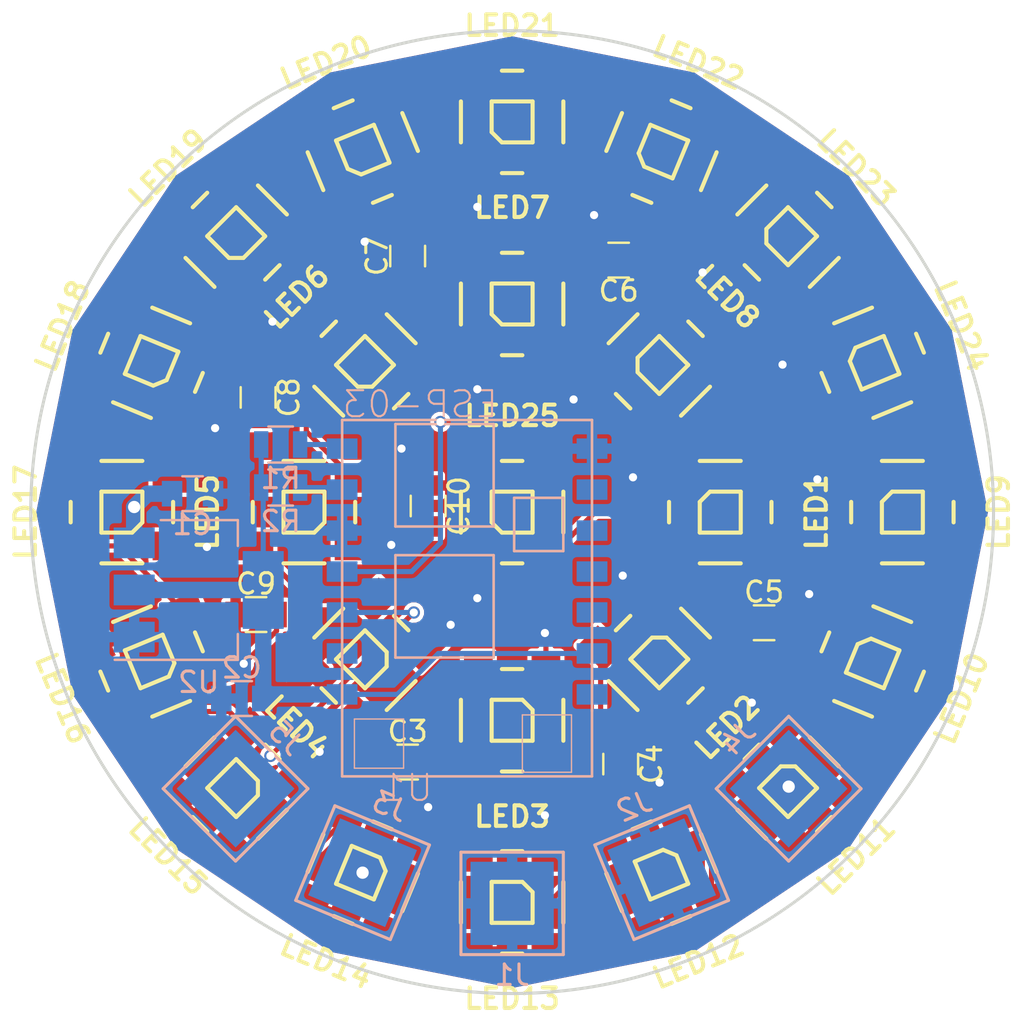
<source format=kicad_pcb>
(kicad_pcb (version 4) (host pcbnew 4.0.7+dfsg1-1)
  (layers (0 F.Cu signal) (31 B.Cu signal) (34 B.Paste user) (35 F.Paste user) (36 B.SilkS user) (37 F.SilkS user) (38 B.Mask user) (39 F.Mask user) (44 Edge.Cuts user))
  (net 0 "")
  (net 1 "Net-(LED1-Pad2)")
  (net 2 "Net-(LED1-Pad4)")
  (net 3 "Net-(LED2-Pad4)")
  (net 4 "Net-(LED3-Pad4)")
  (net 5 "Net-(LED4-Pad4)")
  (net 6 "Net-(LED5-Pad4)")
  (net 7 "Net-(LED6-Pad4)")
  (net 8 "Net-(LED7-Pad4)")
  (net 9 "Net-(LED8-Pad4)")
  (net 10 "Net-(LED10-Pad2)")
  (net 11 "Net-(LED10-Pad4)")
  (net 12 "Net-(LED11-Pad4)")
  (net 13 "Net-(LED12-Pad4)")
  (net 14 "Net-(LED13-Pad4)")
  (net 15 "Net-(LED14-Pad4)")
  (net 16 "Net-(LED15-Pad4)")
  (net 17 "Net-(LED16-Pad4)")
  (net 18 "Net-(LED17-Pad4)")
  (net 19 "Net-(LED18-Pad4)")
  (net 20 "Net-(LED19-Pad4)")
  (net 21 "Net-(LED20-Pad4)")
  (net 22 "Net-(LED21-Pad4)")
  (net 23 "Net-(LED22-Pad4)")
  (net 24 "Net-(LED23-Pad4)")
  (net 25 "Net-(LED25-Pad2)")
  (net 26 +5V)
  (net 27 GND)
  (net 28 "Net-(U1-Pad7)")
  (net 29 "Net-(U1-Pad9)")
  (net 30 "Net-(U1-Pad5)")
  (net 31 "Net-(U1-Pad2)")
  (net 32 "Net-(U1-Pad4)")
  (net 33 "Net-(U1-Pad3)")
  (net 34 "Net-(C2-Pad1)")
  (net 35 LEDSTR1)
  (net 36 "Net-(R1-Pad2)")
  (net 37 "Net-(R2-Pad2)")
  (net 38 LEDSTR2)
  (module WS2812B:WS2812B (layer F.Cu) (at 110.159999 99.999999 270)
    (fp_text reference LED1 (at 0 -4.7 270) (layer F.SilkS) (effects (font (thickness 0.2))))
    (fp_text value WS2812B hide)
    (pad 1 smd rect (at 1.65 -2.4 270) (size 1.4 1.8) (layers F.Cu F.Paste F.Mask) (net 26 +5V))
    (pad 2 smd rect (at -1.65 -2.4 270) (size 1.4 1.8) (layers F.Cu F.Paste F.Mask) (net 1 "Net-(LED1-Pad2)"))
    (pad 3 smd rect (at -1.65 2.4 270) (size 1.4 1.8) (layers F.Cu F.Paste F.Mask) (net 27 GND))
    (pad 4 smd rect (at 1.65 2.4 270) (size 1.4 1.8) (layers F.Cu F.Paste F.Mask) (net 2 "Net-(LED1-Pad4)"))
  )
  (module WS2812B:WS2812B (layer F.Cu) (at 107.184204 107.184204 225)
    (fp_text reference LED2 (at 0 -4.7 225) (layer F.SilkS) (effects (font (thickness 0.2))))
    (fp_text value WS2812B hide)
    (pad 1 smd rect (at 1.65 -2.4 225) (size 1.4 1.8) (layers F.Cu F.Paste F.Mask) (net 26 +5V))
    (pad 2 smd rect (at -1.65 -2.4 225) (size 1.4 1.8) (layers F.Cu F.Paste F.Mask) (net 2 "Net-(LED1-Pad4)"))
    (pad 3 smd rect (at -1.65 2.4 225) (size 1.4 1.8) (layers F.Cu F.Paste F.Mask) (net 27 GND))
    (pad 4 smd rect (at 1.65 2.4 225) (size 1.4 1.8) (layers F.Cu F.Paste F.Mask) (net 3 "Net-(LED2-Pad4)"))
  )
  (module WS2812B:WS2812B (layer F.Cu) (at 99.999999 110.159999 180)
    (fp_text reference LED3 (at 0 -4.7 180) (layer F.SilkS) (effects (font (thickness 0.2))))
    (fp_text value WS2812B hide)
    (pad 1 smd rect (at 1.65 -2.4 180) (size 1.4 1.8) (layers F.Cu F.Paste F.Mask) (net 26 +5V))
    (pad 2 smd rect (at -1.65 -2.4 180) (size 1.4 1.8) (layers F.Cu F.Paste F.Mask) (net 3 "Net-(LED2-Pad4)"))
    (pad 3 smd rect (at -1.65 2.4 180) (size 1.4 1.8) (layers F.Cu F.Paste F.Mask) (net 27 GND))
    (pad 4 smd rect (at 1.65 2.4 180) (size 1.4 1.8) (layers F.Cu F.Paste F.Mask) (net 4 "Net-(LED3-Pad4)"))
  )
  (module WS2812B:WS2812B (layer F.Cu) (at 92.815795 107.184204 135)
    (fp_text reference LED4 (at 0 -4.7 135) (layer F.SilkS) (effects (font (thickness 0.2))))
    (fp_text value WS2812B hide)
    (pad 1 smd rect (at 1.65 -2.4 135) (size 1.4 1.8) (layers F.Cu F.Paste F.Mask) (net 26 +5V))
    (pad 2 smd rect (at -1.65 -2.4 135) (size 1.4 1.8) (layers F.Cu F.Paste F.Mask) (net 4 "Net-(LED3-Pad4)"))
    (pad 3 smd rect (at -1.65 2.4 135) (size 1.4 1.8) (layers F.Cu F.Paste F.Mask) (net 27 GND))
    (pad 4 smd rect (at 1.65 2.4 135) (size 1.4 1.8) (layers F.Cu F.Paste F.Mask) (net 5 "Net-(LED4-Pad4)"))
  )
  (module WS2812B:WS2812B (layer F.Cu) (at 89.839999 99.999999 90)
    (fp_text reference LED5 (at 0 -4.7 90) (layer F.SilkS) (effects (font (thickness 0.2))))
    (fp_text value WS2812B hide)
    (pad 1 smd rect (at 1.65 -2.4 90) (size 1.4 1.8) (layers F.Cu F.Paste F.Mask) (net 26 +5V))
    (pad 2 smd rect (at -1.65 -2.4 90) (size 1.4 1.8) (layers F.Cu F.Paste F.Mask) (net 5 "Net-(LED4-Pad4)"))
    (pad 3 smd rect (at -1.65 2.4 90) (size 1.4 1.8) (layers F.Cu F.Paste F.Mask) (net 27 GND))
    (pad 4 smd rect (at 1.65 2.4 90) (size 1.4 1.8) (layers F.Cu F.Paste F.Mask) (net 6 "Net-(LED5-Pad4)"))
  )
  (module WS2812B:WS2812B (layer F.Cu) (at 92.815795 92.815795 45)
    (fp_text reference LED6 (at 0 -4.7 45) (layer F.SilkS) (effects (font (thickness 0.2))))
    (fp_text value WS2812B hide)
    (pad 1 smd rect (at 1.65 -2.4 45) (size 1.4 1.8) (layers F.Cu F.Paste F.Mask) (net 26 +5V))
    (pad 2 smd rect (at -1.65 -2.4 45) (size 1.4 1.8) (layers F.Cu F.Paste F.Mask) (net 6 "Net-(LED5-Pad4)"))
    (pad 3 smd rect (at -1.65 2.4 45) (size 1.4 1.8) (layers F.Cu F.Paste F.Mask) (net 27 GND))
    (pad 4 smd rect (at 1.65 2.4 45) (size 1.4 1.8) (layers F.Cu F.Paste F.Mask) (net 7 "Net-(LED6-Pad4)"))
  )
  (module WS2812B:WS2812B (layer F.Cu) (at 99.999999 89.839999)
    (fp_text reference LED7 (at 0 -4.7) (layer F.SilkS) (effects (font (thickness 0.2))))
    (fp_text value WS2812B hide)
    (pad 1 smd rect (at 1.65 -2.4) (size 1.4 1.8) (layers F.Cu F.Paste F.Mask) (net 26 +5V))
    (pad 2 smd rect (at -1.65 -2.4) (size 1.4 1.8) (layers F.Cu F.Paste F.Mask) (net 7 "Net-(LED6-Pad4)"))
    (pad 3 smd rect (at -1.65 2.4) (size 1.4 1.8) (layers F.Cu F.Paste F.Mask) (net 27 GND))
    (pad 4 smd rect (at 1.65 2.4) (size 1.4 1.8) (layers F.Cu F.Paste F.Mask) (net 8 "Net-(LED7-Pad4)"))
  )
  (module WS2812B:WS2812B (layer F.Cu) (at 107.184204 92.815795 315)
    (fp_text reference LED8 (at 0 -4.7 315) (layer F.SilkS) (effects (font (thickness 0.2))))
    (fp_text value WS2812B hide)
    (pad 1 smd rect (at 1.65 -2.4 315) (size 1.4 1.8) (layers F.Cu F.Paste F.Mask) (net 26 +5V))
    (pad 2 smd rect (at -1.65 -2.4 315) (size 1.4 1.8) (layers F.Cu F.Paste F.Mask) (net 8 "Net-(LED7-Pad4)"))
    (pad 3 smd rect (at -1.65 2.4 315) (size 1.4 1.8) (layers F.Cu F.Paste F.Mask) (net 27 GND))
    (pad 4 smd rect (at 1.65 2.4 315) (size 1.4 1.8) (layers F.Cu F.Paste F.Mask) (net 9 "Net-(LED8-Pad4)"))
  )
  (module WS2812B:WS2812B (layer F.Cu) (at 119.049999 99.999999 270)
    (fp_text reference LED9 (at 0 -4.7 270) (layer F.SilkS) (effects (font (thickness 0.2))))
    (fp_text value WS2812B hide)
    (pad 1 smd rect (at 1.65 -2.4 270) (size 1.4 1.8) (layers F.Cu F.Paste F.Mask) (net 26 +5V))
    (pad 2 smd rect (at -1.65 -2.4 270) (size 1.4 1.8) (layers F.Cu F.Paste F.Mask) (net 9 "Net-(LED8-Pad4)"))
    (pad 3 smd rect (at -1.65 2.4 270) (size 1.4 1.8) (layers F.Cu F.Paste F.Mask) (net 27 GND))
    (pad 4 smd rect (at 1.65 2.4 270) (size 1.4 1.8) (layers F.Cu F.Paste F.Mask) (net 10 "Net-(LED10-Pad2)"))
  )
  (module WS2812B:WS2812B (layer F.Cu) (at 117.599904 107.290119 247.5)
    (fp_text reference LED10 (at 0 -4.7 247.5) (layer F.SilkS) (effects (font (thickness 0.2))))
    (fp_text value WS2812B hide)
    (pad 1 smd rect (at 1.65 -2.4 247.5) (size 1.4 1.8) (layers F.Cu F.Paste F.Mask) (net 26 +5V))
    (pad 2 smd rect (at -1.65 -2.4 247.5) (size 1.4 1.8) (layers F.Cu F.Paste F.Mask) (net 10 "Net-(LED10-Pad2)"))
    (pad 3 smd rect (at -1.65 2.4 247.5) (size 1.4 1.8) (layers F.Cu F.Paste F.Mask) (net 27 GND))
    (pad 4 smd rect (at 1.65 2.4 247.5) (size 1.4 1.8) (layers F.Cu F.Paste F.Mask) (net 11 "Net-(LED10-Pad4)"))
  )
  (module WS2812B:WS2812B (layer F.Cu) (at 113.470384 113.470384 225)
    (fp_text reference LED11 (at 0 -4.7 225) (layer F.SilkS) (effects (font (thickness 0.2))))
    (fp_text value WS2812B hide)
    (pad 1 smd rect (at 1.65 -2.4 225) (size 1.4 1.8) (layers F.Cu F.Paste F.Mask) (net 26 +5V))
    (pad 2 smd rect (at -1.65 -2.4 225) (size 1.4 1.8) (layers F.Cu F.Paste F.Mask) (net 11 "Net-(LED10-Pad4)"))
    (pad 3 smd rect (at -1.65 2.4 225) (size 1.4 1.8) (layers F.Cu F.Paste F.Mask) (net 27 GND))
    (pad 4 smd rect (at 1.65 2.4 225) (size 1.4 1.8) (layers F.Cu F.Paste F.Mask) (net 12 "Net-(LED11-Pad4)"))
  )
  (module WS2812B:WS2812B (layer F.Cu) (at 107.290119 117.599904 202.5)
    (fp_text reference LED12 (at 0 -4.7 202.5) (layer F.SilkS) (effects (font (thickness 0.2))))
    (fp_text value WS2812B hide)
    (pad 1 smd rect (at 1.65 -2.4 202.5) (size 1.4 1.8) (layers F.Cu F.Paste F.Mask) (net 26 +5V))
    (pad 2 smd rect (at -1.65 -2.4 202.5) (size 1.4 1.8) (layers F.Cu F.Paste F.Mask) (net 12 "Net-(LED11-Pad4)"))
    (pad 3 smd rect (at -1.65 2.4 202.5) (size 1.4 1.8) (layers F.Cu F.Paste F.Mask) (net 27 GND))
    (pad 4 smd rect (at 1.65 2.4 202.5) (size 1.4 1.8) (layers F.Cu F.Paste F.Mask) (net 13 "Net-(LED12-Pad4)"))
  )
  (module WS2812B:WS2812B (layer F.Cu) (at 99.999999 119.049999 180)
    (fp_text reference LED13 (at 0 -4.7 180) (layer F.SilkS) (effects (font (thickness 0.2))))
    (fp_text value WS2812B hide)
    (pad 1 smd rect (at 1.65 -2.4 180) (size 1.4 1.8) (layers F.Cu F.Paste F.Mask) (net 26 +5V))
    (pad 2 smd rect (at -1.65 -2.4 180) (size 1.4 1.8) (layers F.Cu F.Paste F.Mask) (net 13 "Net-(LED12-Pad4)"))
    (pad 3 smd rect (at -1.65 2.4 180) (size 1.4 1.8) (layers F.Cu F.Paste F.Mask) (net 27 GND))
    (pad 4 smd rect (at 1.65 2.4 180) (size 1.4 1.8) (layers F.Cu F.Paste F.Mask) (net 14 "Net-(LED13-Pad4)"))
  )
  (module WS2812B:WS2812B (layer F.Cu) (at 92.70988 117.599904 157.5)
    (fp_text reference LED14 (at 0 -4.7 157.5) (layer F.SilkS) (effects (font (thickness 0.2))))
    (fp_text value WS2812B hide)
    (pad 1 smd rect (at 1.65 -2.4 157.5) (size 1.4 1.8) (layers F.Cu F.Paste F.Mask) (net 26 +5V))
    (pad 2 smd rect (at -1.65 -2.4 157.5) (size 1.4 1.8) (layers F.Cu F.Paste F.Mask) (net 14 "Net-(LED13-Pad4)"))
    (pad 3 smd rect (at -1.65 2.4 157.5) (size 1.4 1.8) (layers F.Cu F.Paste F.Mask) (net 27 GND))
    (pad 4 smd rect (at 1.65 2.4 157.5) (size 1.4 1.8) (layers F.Cu F.Paste F.Mask) (net 15 "Net-(LED14-Pad4)"))
  )
  (module WS2812B:WS2812B (layer F.Cu) (at 86.529615 113.470384 135)
    (fp_text reference LED15 (at 0 -4.7 135) (layer F.SilkS) (effects (font (thickness 0.2))))
    (fp_text value WS2812B hide)
    (pad 1 smd rect (at 1.65 -2.4 135) (size 1.4 1.8) (layers F.Cu F.Paste F.Mask) (net 26 +5V))
    (pad 2 smd rect (at -1.65 -2.4 135) (size 1.4 1.8) (layers F.Cu F.Paste F.Mask) (net 15 "Net-(LED14-Pad4)"))
    (pad 3 smd rect (at -1.65 2.4 135) (size 1.4 1.8) (layers F.Cu F.Paste F.Mask) (net 27 GND))
    (pad 4 smd rect (at 1.65 2.4 135) (size 1.4 1.8) (layers F.Cu F.Paste F.Mask) (net 16 "Net-(LED15-Pad4)"))
  )
  (module WS2812B:WS2812B (layer F.Cu) (at 82.400094 107.290119 112.5)
    (fp_text reference LED16 (at 0 -4.7 112.5) (layer F.SilkS) (effects (font (thickness 0.2))))
    (fp_text value WS2812B hide)
    (pad 1 smd rect (at 1.65 -2.4 112.5) (size 1.4 1.8) (layers F.Cu F.Paste F.Mask) (net 26 +5V))
    (pad 2 smd rect (at -1.65 -2.4 112.5) (size 1.4 1.8) (layers F.Cu F.Paste F.Mask) (net 16 "Net-(LED15-Pad4)"))
    (pad 3 smd rect (at -1.65 2.4 112.5) (size 1.4 1.8) (layers F.Cu F.Paste F.Mask) (net 27 GND))
    (pad 4 smd rect (at 1.65 2.4 112.5) (size 1.4 1.8) (layers F.Cu F.Paste F.Mask) (net 17 "Net-(LED16-Pad4)"))
  )
  (module WS2812B:WS2812B (layer F.Cu) (at 80.949999 99.999999 90)
    (fp_text reference LED17 (at 0 -4.7 90) (layer F.SilkS) (effects (font (thickness 0.2))))
    (fp_text value WS2812B hide)
    (pad 1 smd rect (at 1.65 -2.4 90) (size 1.4 1.8) (layers F.Cu F.Paste F.Mask) (net 26 +5V))
    (pad 2 smd rect (at -1.65 -2.4 90) (size 1.4 1.8) (layers F.Cu F.Paste F.Mask) (net 17 "Net-(LED16-Pad4)"))
    (pad 3 smd rect (at -1.65 2.4 90) (size 1.4 1.8) (layers F.Cu F.Paste F.Mask) (net 27 GND))
    (pad 4 smd rect (at 1.65 2.4 90) (size 1.4 1.8) (layers F.Cu F.Paste F.Mask) (net 18 "Net-(LED17-Pad4)"))
  )
  (module WS2812B:WS2812B (layer F.Cu) (at 82.400094 92.70988 67.5)
    (fp_text reference LED18 (at 0 -4.7 67.5) (layer F.SilkS) (effects (font (thickness 0.2))))
    (fp_text value WS2812B hide)
    (pad 1 smd rect (at 1.65 -2.4 67.5) (size 1.4 1.8) (layers F.Cu F.Paste F.Mask) (net 26 +5V))
    (pad 2 smd rect (at -1.65 -2.4 67.5) (size 1.4 1.8) (layers F.Cu F.Paste F.Mask) (net 18 "Net-(LED17-Pad4)"))
    (pad 3 smd rect (at -1.65 2.4 67.5) (size 1.4 1.8) (layers F.Cu F.Paste F.Mask) (net 27 GND))
    (pad 4 smd rect (at 1.65 2.4 67.5) (size 1.4 1.8) (layers F.Cu F.Paste F.Mask) (net 19 "Net-(LED18-Pad4)"))
  )
  (module WS2812B:WS2812B (layer F.Cu) (at 86.529615 86.529615 45)
    (fp_text reference LED19 (at 0 -4.7 45) (layer F.SilkS) (effects (font (thickness 0.2))))
    (fp_text value WS2812B hide)
    (pad 1 smd rect (at 1.65 -2.4 45) (size 1.4 1.8) (layers F.Cu F.Paste F.Mask) (net 26 +5V))
    (pad 2 smd rect (at -1.65 -2.4 45) (size 1.4 1.8) (layers F.Cu F.Paste F.Mask) (net 19 "Net-(LED18-Pad4)"))
    (pad 3 smd rect (at -1.65 2.4 45) (size 1.4 1.8) (layers F.Cu F.Paste F.Mask) (net 27 GND))
    (pad 4 smd rect (at 1.65 2.4 45) (size 1.4 1.8) (layers F.Cu F.Paste F.Mask) (net 20 "Net-(LED19-Pad4)"))
  )
  (module WS2812B:WS2812B (layer F.Cu) (at 92.70988 82.400094 22.5)
    (fp_text reference LED20 (at 0 -4.7 22.5) (layer F.SilkS) (effects (font (thickness 0.2))))
    (fp_text value WS2812B hide)
    (pad 1 smd rect (at 1.65 -2.4 22.5) (size 1.4 1.8) (layers F.Cu F.Paste F.Mask) (net 26 +5V))
    (pad 2 smd rect (at -1.65 -2.4 22.5) (size 1.4 1.8) (layers F.Cu F.Paste F.Mask) (net 20 "Net-(LED19-Pad4)"))
    (pad 3 smd rect (at -1.65 2.4 22.5) (size 1.4 1.8) (layers F.Cu F.Paste F.Mask) (net 27 GND))
    (pad 4 smd rect (at 1.65 2.4 22.5) (size 1.4 1.8) (layers F.Cu F.Paste F.Mask) (net 21 "Net-(LED20-Pad4)"))
  )
  (module WS2812B:WS2812B (layer F.Cu) (at 99.999999 80.949999)
    (fp_text reference LED21 (at 0 -4.7) (layer F.SilkS) (effects (font (thickness 0.2))))
    (fp_text value WS2812B hide)
    (pad 1 smd rect (at 1.65 -2.4) (size 1.4 1.8) (layers F.Cu F.Paste F.Mask) (net 26 +5V))
    (pad 2 smd rect (at -1.65 -2.4) (size 1.4 1.8) (layers F.Cu F.Paste F.Mask) (net 21 "Net-(LED20-Pad4)"))
    (pad 3 smd rect (at -1.65 2.4) (size 1.4 1.8) (layers F.Cu F.Paste F.Mask) (net 27 GND))
    (pad 4 smd rect (at 1.65 2.4) (size 1.4 1.8) (layers F.Cu F.Paste F.Mask) (net 22 "Net-(LED21-Pad4)"))
  )
  (module WS2812B:WS2812B (layer F.Cu) (at 107.290119 82.400094 337.5)
    (fp_text reference LED22 (at 0 -4.7 337.5) (layer F.SilkS) (effects (font (thickness 0.2))))
    (fp_text value WS2812B hide)
    (pad 1 smd rect (at 1.65 -2.4 337.5) (size 1.4 1.8) (layers F.Cu F.Paste F.Mask) (net 26 +5V))
    (pad 2 smd rect (at -1.65 -2.4 337.5) (size 1.4 1.8) (layers F.Cu F.Paste F.Mask) (net 22 "Net-(LED21-Pad4)"))
    (pad 3 smd rect (at -1.65 2.4 337.5) (size 1.4 1.8) (layers F.Cu F.Paste F.Mask) (net 27 GND))
    (pad 4 smd rect (at 1.65 2.4 337.5) (size 1.4 1.8) (layers F.Cu F.Paste F.Mask) (net 23 "Net-(LED22-Pad4)"))
  )
  (module WS2812B:WS2812B (layer F.Cu) (at 113.470384 86.529615 315)
    (fp_text reference LED23 (at 0 -4.7 315) (layer F.SilkS) (effects (font (thickness 0.2))))
    (fp_text value WS2812B hide)
    (pad 1 smd rect (at 1.65 -2.4 315) (size 1.4 1.8) (layers F.Cu F.Paste F.Mask) (net 26 +5V))
    (pad 2 smd rect (at -1.65 -2.4 315) (size 1.4 1.8) (layers F.Cu F.Paste F.Mask) (net 23 "Net-(LED22-Pad4)"))
    (pad 3 smd rect (at -1.65 2.4 315) (size 1.4 1.8) (layers F.Cu F.Paste F.Mask) (net 27 GND))
    (pad 4 smd rect (at 1.65 2.4 315) (size 1.4 1.8) (layers F.Cu F.Paste F.Mask) (net 24 "Net-(LED23-Pad4)"))
  )
  (module WS2812B:WS2812B (layer F.Cu) (at 117.599904 92.70988 292.5)
    (fp_text reference LED24 (at 0 -4.7 292.5) (layer F.SilkS) (effects (font (thickness 0.2))))
    (fp_text value WS2812B hide)
    (pad 1 smd rect (at 1.65 -2.4 292.5) (size 1.4 1.8) (layers F.Cu F.Paste F.Mask) (net 26 +5V))
    (pad 2 smd rect (at -1.65 -2.4 292.5) (size 1.4 1.8) (layers F.Cu F.Paste F.Mask) (net 24 "Net-(LED23-Pad4)"))
    (pad 3 smd rect (at -1.65 2.4 292.5) (size 1.4 1.8) (layers F.Cu F.Paste F.Mask) (net 27 GND))
    (pad 4 smd rect (at 1.65 2.4 292.5) (size 1.4 1.8) (layers F.Cu F.Paste F.Mask) (net 35 LEDSTR1))
  )
  (module WS2812B:WS2812B (layer F.Cu) (at 100 100)
    (fp_text reference LED25 (at 0 -4.7) (layer F.SilkS) (effects (font (thickness 0.2))))
    (fp_text value WS2812B hide)
    (pad 1 smd rect (at 1.65 -2.4) (size 1.4 1.8) (layers F.Cu F.Paste F.Mask) (net 26 +5V))
    (pad 2 smd rect (at -1.65 -2.4) (size 1.4 1.8) (layers F.Cu F.Paste F.Mask) (net 25 "Net-(LED25-Pad2)"))
    (pad 3 smd rect (at -1.65 2.4) (size 1.4 1.8) (layers F.Cu F.Paste F.Mask) (net 27 GND))
    (pad 4 smd rect (at 1.65 2.4) (size 1.4 1.8) (layers F.Cu F.Paste F.Mask) (net 1 "Net-(LED1-Pad2)"))
  )
  (module ESP8266:ESP-03 (layer B.Cu) (at 91.7 109.1)
    (fp_text reference U1 (at 3.17628 4.36498) (layer B.SilkS) (effects (font (size 1.27 1.27) (thickness 0.1016)) (justify mirror)))
    (fp_text value ESP-03 (at 3.81128 -14.36498) (layer B.SilkS) (effects (font (size 1.27 1.27) (thickness 0.1016)) (justify mirror)))
    (pad 7 smd rect (at 12.2 -0.20194) (size 1.5 1) (layers B.Cu B.Paste B.Mask) (net 28 "Net-(U1-Pad7)"))
    (pad 6 smd rect (at 12.2 -2.20092) (size 1.5 1) (layers B.Cu B.Paste B.Mask) (net 34 "Net-(C2-Pad1)"))
    (pad 1 smd rect (at 12.2 -12.19836) (size 1.5 1) (layers B.Cu B.Paste B.Mask) (net 27 GND))
    (pad 14 smd rect (at 0 -12.19836) (size 1.5 1) (layers B.Cu B.Paste B.Mask) (net 36 "Net-(R1-Pad2)"))
    (pad 13 smd rect (at 0 -10.19938) (size 1.5 1) (layers B.Cu B.Paste B.Mask) (net 37 "Net-(R2-Pad2)"))
    (pad 10 smd rect (at 0 -4.20244) (size 1.5 1) (layers B.Cu B.Paste B.Mask) (net 38 LEDSTR2))
    (pad 11 smd rect (at 0 -6.19888) (size 1.5 1) (layers B.Cu B.Paste B.Mask) (net 35 LEDSTR1))
    (pad 9 smd rect (at 0 -2.20092) (size 1.5 1) (layers B.Cu B.Paste B.Mask) (net 29 "Net-(U1-Pad9)"))
    (pad 12 smd rect (at 0 -8.19786) (size 1.5 1) (layers B.Cu B.Paste B.Mask) (net 27 GND))
    (pad 5 smd rect (at 12.2 -4.20244) (size 1.5 1) (layers B.Cu B.Paste B.Mask) (net 30 "Net-(U1-Pad5)"))
    (pad 2 smd rect (at 12.2 -10.19938) (size 1.5 1) (layers B.Cu B.Paste B.Mask) (net 31 "Net-(U1-Pad2)"))
    (pad 4 smd rect (at 12.2 -6.19888) (size 1.5 1) (layers B.Cu B.Paste B.Mask) (net 32 "Net-(U1-Pad4)"))
    (pad 3 smd rect (at 12.2 -8.19786) (size 1.5 1) (layers B.Cu B.Paste B.Mask) (net 33 "Net-(U1-Pad3)"))
    (pad 8 smd rect (at 0 -0.20194) (size 1.5 1) (layers B.Cu B.Paste B.Mask) (net 34 "Net-(C2-Pad1)"))
  )
  (module Capacitors_SMD:C_0805 (layer B.Cu) (at 84.4 99.1)
    (fp_text reference C1 (at 0 1.5) (layer B.SilkS) (effects (justify mirror)))
    (fp_text value 10uF)
    (pad 1 smd rect (at -1 0) (size 1 1.25) (layers B.Cu B.Paste B.Mask) (net 26 +5V))
    (pad 2 smd rect (at 1 0) (size 1 1.25) (layers B.Cu B.Paste B.Mask) (net 27 GND))
  )
  (module Capacitors_SMD:C_0805 (layer B.Cu) (at 86.8 109.1 180)
    (fp_text reference C2 (at 0 1.5 180) (layer B.SilkS) (effects (justify mirror)))
    (fp_text value 10uF)
    (pad 1 smd rect (at -1 0 180) (size 1 1.25) (layers B.Cu B.Paste B.Mask) (net 34 "Net-(C2-Pad1)"))
    (pad 2 smd rect (at 1 0 180) (size 1 1.25) (layers B.Cu B.Paste B.Mask) (net 27 GND))
  )
  (module TO_SOT_Packages_SMD:SOT-223-3Lead_TabPin2 (layer B.Cu) (at 84.7 103.8)
    (fp_text reference U2 (at 0 4.5) (layer B.SilkS) (effects (justify mirror)))
    (fp_text value NCP1117-3.3_SOT223)
    (pad 2 smd rect (at 3.15 0) (size 2 3.8) (layers B.Cu B.Paste B.Mask) (net 34 "Net-(C2-Pad1)"))
    (pad 2 smd rect (at -3.15 0) (size 2 1.5) (layers B.Cu B.Paste B.Mask) (net 34 "Net-(C2-Pad1)"))
    (pad 3 smd rect (at -3.15 -2.3) (size 2 1.5) (layers B.Cu B.Paste B.Mask) (net 26 +5V))
    (pad 1 smd rect (at -3.15 2.3) (size 2 1.5) (layers B.Cu B.Paste B.Mask) (net 27 GND))
  )
  (module Resistors_SMD:R_0805 (layer B.Cu) (at 88.7 96.7)
    (fp_text reference R1 (at 0 1.65) (layer B.SilkS) (effects (justify mirror)))
    (fp_text value 10K)
    (pad 1 smd rect (at -0.95 0) (size 0.7 1.3) (layers B.Cu B.Paste B.Mask) (net 34 "Net-(C2-Pad1)"))
    (pad 2 smd rect (at 0.95 0) (size 0.7 1.3) (layers B.Cu B.Paste B.Mask) (net 36 "Net-(R1-Pad2)"))
  )
  (module Resistors_SMD:R_0805 (layer B.Cu) (at 88.7 98.8)
    (fp_text reference R2 (at 0 1.65) (layer B.SilkS) (effects (justify mirror)))
    (fp_text value 10K)
    (pad 1 smd rect (at -0.95 0) (size 0.7 1.3) (layers B.Cu B.Paste B.Mask) (net 34 "Net-(C2-Pad1)"))
    (pad 2 smd rect (at 0.95 0) (size 0.7 1.3) (layers B.Cu B.Paste B.Mask) (net 37 "Net-(R2-Pad2)"))
  )
  (module Capacitors_SMD:C_0805 (layer F.Cu) (at 94.9 112.2)
    (fp_text reference C3 (at 0 -1.5) (layer F.SilkS))
    (fp_text value 10uF)
    (pad 1 smd rect (at -1 0) (size 1 1.25) (layers F.Cu F.Paste F.Mask) (net 26 +5V))
    (pad 2 smd rect (at 1 0) (size 1 1.25) (layers F.Cu F.Paste F.Mask) (net 27 GND))
  )
  (module Capacitors_SMD:C_0805 (layer F.Cu) (at 105.3 112.3 270)
    (fp_text reference C4 (at 0 -1.5 270) (layer F.SilkS))
    (fp_text value 10uF)
    (pad 1 smd rect (at -1 0 270) (size 1 1.25) (layers F.Cu F.Paste F.Mask) (net 26 +5V))
    (pad 2 smd rect (at 1 0 270) (size 1 1.25) (layers F.Cu F.Paste F.Mask) (net 27 GND))
  )
  (module Capacitors_SMD:C_0805 (layer F.Cu) (at 112.3 105.4)
    (fp_text reference C5 (at 0 -1.5) (layer F.SilkS))
    (fp_text value 10uF)
    (pad 1 smd rect (at -1 0) (size 1 1.25) (layers F.Cu F.Paste F.Mask) (net 26 +5V))
    (pad 2 smd rect (at 1 0) (size 1 1.25) (layers F.Cu F.Paste F.Mask) (net 27 GND))
  )
  (module Capacitors_SMD:C_0805 (layer F.Cu) (at 105.2 87.7 180)
    (fp_text reference C6 (at 0 -1.5 180) (layer F.SilkS))
    (fp_text value 10uF)
    (pad 1 smd rect (at -1 0 180) (size 1 1.25) (layers F.Cu F.Paste F.Mask) (net 26 +5V))
    (pad 2 smd rect (at 1 0 180) (size 1 1.25) (layers F.Cu F.Paste F.Mask) (net 27 GND))
  )
  (module Capacitors_SMD:C_0805 (layer F.Cu) (at 94.9 87.5 90)
    (fp_text reference C7 (at 0 -1.5 90) (layer F.SilkS))
    (fp_text value 10uF)
    (pad 1 smd rect (at -1 0 90) (size 1 1.25) (layers F.Cu F.Paste F.Mask) (net 26 +5V))
    (pad 2 smd rect (at 1 0 90) (size 1 1.25) (layers F.Cu F.Paste F.Mask) (net 27 GND))
  )
  (module Capacitors_SMD:C_0805 (layer F.Cu) (at 87.6 94.4 270)
    (fp_text reference C8 (at 0 -1.5 270) (layer F.SilkS))
    (fp_text value 10uF)
    (pad 1 smd rect (at -1 0 270) (size 1 1.25) (layers F.Cu F.Paste F.Mask) (net 26 +5V))
    (pad 2 smd rect (at 1 0 270) (size 1 1.25) (layers F.Cu F.Paste F.Mask) (net 27 GND))
  )
  (module Capacitors_SMD:C_0805 (layer F.Cu) (at 87.5 105)
    (fp_text reference C9 (at 0 -1.5) (layer F.SilkS))
    (fp_text value 10uF)
    (pad 1 smd rect (at -1 0) (size 1 1.25) (layers F.Cu F.Paste F.Mask) (net 26 +5V))
    (pad 2 smd rect (at 1 0) (size 1 1.25) (layers F.Cu F.Paste F.Mask) (net 27 GND))
  )
  (module Capacitors_SMD:C_0805 (layer F.Cu) (at 95.9 99.7 270)
    (fp_text reference C10 (at 0 -1.5 270) (layer F.SilkS))
    (fp_text value 10uF)
    (pad 1 smd rect (at -1 0 270) (size 1 1.25) (layers F.Cu F.Paste F.Mask) (net 26 +5V))
    (pad 2 smd rect (at 1 0 270) (size 1 1.25) (layers F.Cu F.Paste F.Mask) (net 27 GND))
  )
  (module SMD_Packages:1Pin (layer B.Cu) (at 100 119.1)
    (fp_text reference J1 (at 0 3.50012) (layer B.SilkS) (effects (justify mirror)))
    (fp_text value Conn_01x01)
    (pad 1 smd rect (at 0 0) (size 4.064 4.064) (layers B.Cu B.Paste B.Mask) (net 27 GND))
  )
  (module SMD_Packages:1Pin (layer B.Cu) (at 107.3 117.6 202.5)
    (fp_text reference J2 (at 0 3.50012 202.5) (layer B.SilkS) (effects (justify mirror)))
    (fp_text value Conn_01x01)
    (pad 1 smd rect (at 0 0 202.5) (size 4.064 4.064) (layers B.Cu B.Paste B.Mask) (net 27 GND))
  )
  (module SMD_Packages:1Pin (layer B.Cu) (at 92.7 117.6 157.5)
    (fp_text reference J3 (at 0 3.50012 157.5) (layer B.SilkS) (effects (justify mirror)))
    (fp_text value Conn_01x01)
    (pad 1 smd rect (at 0 0 157.5) (size 4.064 4.064) (layers B.Cu B.Paste B.Mask) (net 26 +5V))
  )
  (module SMD_Packages:1Pin (layer B.Cu) (at 113.5 113.5 225)
    (fp_text reference J4 (at 0 3.50012 225) (layer B.SilkS) (effects (justify mirror)))
    (fp_text value Conn_01x01)
    (pad 1 smd rect (at 0 0 225) (size 4.064 4.064) (layers B.Cu B.Paste B.Mask) (net 26 +5V))
  )
  (module SMD_Packages:1Pin (layer B.Cu) (at 86.5 113.5 135)
    (fp_text reference J5 (at 0 3.50012 135) (layer B.SilkS) (effects (justify mirror)))
    (fp_text value Conn_01x01)
    (pad 1 smd rect (at 0 0 135) (size 4.064 4.064) (layers B.Cu B.Paste B.Mask) (net 38 LEDSTR2))
  )
  (gr_circle (center 100 100) (end 100 123.5) (layer Edge.Cuts) (width 0.15))
  (segment (start 112.559999 98.349999) (end 112.559999 99.940001) (width 0.25) (layer F.Cu) (net 1))
  (segment (start 104.05 100) (end 101.65 102.4) (width 0.25) (layer F.Cu) (net 1))
  (segment (start 112.5 100) (end 104.05 100) (width 0.25) (layer F.Cu) (net 1))
  (segment (start 112.559999 99.940001) (end 112.5 100) (width 0.25) (layer F.Cu) (net 1))
  (segment (start 110.047986 107.714534) (end 110.047986 103.937986) (width 0.25) (layer F.Cu) (net 2))
  (segment (start 110.047986 103.937986) (end 107.759999 101.649999) (width 0.25) (layer F.Cu) (net 2))
  (segment (start 104.320422 106.653874) (end 104.320422 109.889576) (width 0.25) (layer F.Cu) (net 3))
  (segment (start 104.320422 109.889576) (end 101.649999 112.559999) (width 0.25) (layer F.Cu) (net 3))
  (segment (start 92.285465 110.047986) (end 96.062012 110.047986) (width 0.25) (layer F.Cu) (net 4))
  (segment (start 96.062012 110.047986) (end 98.349999 107.759999) (width 0.25) (layer F.Cu) (net 4))
  (segment (start 93.346125 104.320422) (end 90.110422 104.320422) (width 0.25) (layer F.Cu) (net 5))
  (segment (start 90.110422 104.320422) (end 87.439999 101.649999) (width 0.25) (layer F.Cu) (net 5))
  (segment (start 89.952013 92.285465) (end 89.952013 96.062013) (width 0.25) (layer F.Cu) (net 6))
  (segment (start 89.952013 96.062013) (end 92.239999 98.349999) (width 0.25) (layer F.Cu) (net 6))
  (segment (start 95.679577 93.346125) (end 95.679577 90.110421) (width 0.25) (layer F.Cu) (net 7))
  (segment (start 95.679577 90.110421) (end 98.349999 87.439999) (width 0.25) (layer F.Cu) (net 7))
  (segment (start 107.714534 89.952013) (end 103.937985 89.952013) (width 0.25) (layer F.Cu) (net 8))
  (segment (start 103.937985 89.952013) (end 101.649999 92.239999) (width 0.25) (layer F.Cu) (net 8))
  (segment (start 106.653874 95.679577) (end 113.679577 95.679577) (width 0.25) (layer F.Cu) (net 9))
  (segment (start 120.1 97) (end 121.449999 98.349999) (width 0.25) (layer F.Cu) (net 9))
  (segment (start 115 97) (end 120.1 97) (width 0.25) (layer F.Cu) (net 9))
  (segment (start 113.679577 95.679577) (end 115 97) (width 0.25) (layer F.Cu) (net 9))
  (segment (start 120.448643 106.684158) (end 120.448643 105.448643) (width 0.25) (layer F.Cu) (net 10))
  (segment (start 120.448643 105.448643) (end 116.649999 101.649999) (width 0.25) (layer F.Cu) (net 10))
  (segment (start 116.334166 114.000714) (end 116.334166 109.479081) (width 0.25) (layer F.Cu) (net 11))
  (segment (start 116.334166 109.479081) (end 114.751165 107.89608) (width 0.25) (layer F.Cu) (net 11))
  (segment (start 109.73296 119.185787) (end 109.73296 113.813696) (width 0.25) (layer F.Cu) (net 12))
  (segment (start 109.73296 113.813696) (end 110.606602 112.940054) (width 0.25) (layer F.Cu) (net 12))
  (segment (start 101.649999 121.449999) (end 101.649999 119.2113) (width 0.25) (layer F.Cu) (net 13))
  (segment (start 101.649999 119.2113) (end 104.847278 116.014021) (width 0.25) (layer F.Cu) (net 13))
  (segment (start 93.315841 120.448643) (end 94.551355 120.448643) (width 0.25) (layer F.Cu) (net 14))
  (segment (start 94.551355 120.448643) (end 98.349999 116.649999) (width 0.25) (layer F.Cu) (net 14))
  (segment (start 85.999285 116.334166) (end 90.520918 116.334166) (width 0.25) (layer F.Cu) (net 15))
  (segment (start 90.520918 116.334166) (end 92.103919 114.751165) (width 0.25) (layer F.Cu) (net 15))
  (segment (start 80.814211 109.73296) (end 86.186303 109.73296) (width 0.25) (layer F.Cu) (net 16))
  (segment (start 86.186303 109.73296) (end 87.059945 110.606602) (width 0.25) (layer F.Cu) (net 16))
  (segment (start 78.549999 101.649999) (end 80.788698 101.649999) (width 0.25) (layer F.Cu) (net 17))
  (segment (start 80.788698 101.649999) (end 83.985977 104.847278) (width 0.25) (layer F.Cu) (net 17))
  (segment (start 79.551355 93.315841) (end 79.551355 94.551355) (width 0.25) (layer F.Cu) (net 18))
  (segment (start 79.551355 94.551355) (end 83.349999 98.349999) (width 0.25) (layer F.Cu) (net 18))
  (segment (start 83.665833 85.999285) (end 83.665833 90.520919) (width 0.25) (layer F.Cu) (net 19))
  (segment (start 83.665833 90.520919) (end 85.248833 92.103919) (width 0.25) (layer F.Cu) (net 19))
  (segment (start 90.267039 80.814211) (end 90.267039 86.186303) (width 0.25) (layer F.Cu) (net 20))
  (segment (start 90.267039 86.186303) (end 89.393397 87.059945) (width 0.25) (layer F.Cu) (net 20))
  (segment (start 98.349999 78.549999) (end 98.349999 80.788699) (width 0.25) (layer F.Cu) (net 21))
  (segment (start 98.349999 80.788699) (end 95.152721 83.985977) (width 0.25) (layer F.Cu) (net 21))
  (segment (start 106.684158 79.551355) (end 105.448643 79.551355) (width 0.25) (layer F.Cu) (net 22))
  (segment (start 105.448643 79.551355) (end 101.649999 83.349999) (width 0.25) (layer F.Cu) (net 22))
  (segment (start 114.000714 83.665833) (end 109.47908 83.665833) (width 0.25) (layer F.Cu) (net 23))
  (segment (start 109.47908 83.665833) (end 107.89608 85.248833) (width 0.25) (layer F.Cu) (net 23))
  (segment (start 119.185787 90.267039) (end 113.813696 90.267039) (width 0.25) (layer F.Cu) (net 24))
  (segment (start 113.813696 90.267039) (end 112.940054 89.393397) (width 0.25) (layer F.Cu) (net 24))
  (via (at 113.5 113.4) (size 0.8) (drill 0.6) (layers F.Cu B.Cu) (net 26))
  (segment (start 113.5 113.4) (end 113.5 113.5) (width 0.8) (layer B.Cu) (net 26))
  (via (at 92.7 117.6) (size 0.8) (drill 0.6) (layers F.Cu B.Cu) (net 26))
  (segment (start 113.5 113.5) (end 113.3 113.5) (width 0.8) (layer B.Cu) (net 26))
  (via (at 81.55 99.75) (size 0.8) (drill 0.6) (layers F.Cu B.Cu) (net 26))
  (segment (start 81.55 99.75) (end 81.5 99.8) (width 0.8) (layer F.Cu) (net 26))
  (segment (start 83.4 99.1) (end 82.2 99.1) (width 0.8) (layer B.Cu) (net 26))
  (segment (start 81.55 99.75) (end 81.55 101.5) (width 0.8) (layer B.Cu) (net 26))
  (segment (start 82.2 99.1) (end 81.55 99.75) (width 0.8) (layer B.Cu) (net 26))
  (segment (start 94.1 101.6) (end 95 101.6) (width 0.25) (layer F.Cu) (net 27))
  (segment (start 94.050001 101.649999) (end 94.1 101.6) (width 0.25) (layer F.Cu) (net 27))
  (via (at 94.1 101.6) (size 0.6) (drill 0.4) (layers F.Cu B.Cu) (net 27))
  (segment (start 92.239999 101.649999) (end 94.050001 101.649999) (width 0.25) (layer F.Cu) (net 27))
  (segment (start 95 101.6) (end 95.9 100.7) (width 0.25) (layer F.Cu) (net 27))
  (segment (start 95.9 112.2) (end 95.9 114.4) (width 0.25) (layer F.Cu) (net 27))
  (via (at 95.9 114.4) (size 0.6) (drill 0.4) (layers F.Cu B.Cu) (net 27))
  (segment (start 95.9 114.4) (end 95.152721 115.147279) (width 0.25) (layer F.Cu) (net 27))
  (segment (start 105.3 113.3) (end 107.1 113.3) (width 0.25) (layer F.Cu) (net 27))
  (via (at 107.2 113.2) (size 0.6) (drill 0.4) (layers F.Cu B.Cu) (net 27))
  (segment (start 107.2 113.2) (end 107.89608 113.89608) (width 0.25) (layer F.Cu) (net 27))
  (segment (start 107.1 113.3) (end 107.2 113.2) (width 0.25) (layer F.Cu) (net 27))
  (segment (start 113.3 105.4) (end 113.3 105.2) (width 0.25) (layer F.Cu) (net 27))
  (segment (start 113.3 105.2) (end 114.5 104) (width 0.25) (layer F.Cu) (net 27))
  (segment (start 104.2 87.7) (end 104.2 85.7) (width 0.25) (layer F.Cu) (net 27))
  (via (at 104 85.5) (size 0.6) (drill 0.4) (layers F.Cu B.Cu) (net 27))
  (segment (start 104 85.5) (end 104.847278 84.652722) (width 0.25) (layer F.Cu) (net 27))
  (segment (start 104.2 85.7) (end 104 85.5) (width 0.25) (layer F.Cu) (net 27))
  (segment (start 94.9 86.5) (end 93.1 86.5) (width 0.25) (layer F.Cu) (net 27))
  (via (at 92.8 86.8) (size 0.6) (drill 0.4) (layers F.Cu B.Cu) (net 27))
  (segment (start 92.8 86.8) (end 92.103919 86.103919) (width 0.25) (layer F.Cu) (net 27))
  (segment (start 93.1 86.5) (end 92.8 86.8) (width 0.25) (layer F.Cu) (net 27))
  (segment (start 87.6 95.4) (end 86 95.4) (width 0.25) (layer F.Cu) (net 27))
  (via (at 85.5 95.9) (size 0.6) (drill 0.4) (layers F.Cu B.Cu) (net 27))
  (segment (start 85.5 95.9) (end 84.752721 95.152721) (width 0.25) (layer F.Cu) (net 27))
  (segment (start 86 95.4) (end 85.5 95.9) (width 0.25) (layer F.Cu) (net 27))
  (segment (start 88.5 105) (end 88.5 105.8) (width 0.25) (layer F.Cu) (net 27))
  (segment (start 86.40392 107.89608) (end 86.9 107.4) (width 0.25) (layer F.Cu) (net 27))
  (via (at 86.9 107.4) (size 0.6) (drill 0.4) (layers F.Cu B.Cu) (net 27))
  (segment (start 86.40392 107.89608) (end 85.248833 107.89608) (width 0.25) (layer F.Cu) (net 27))
  (segment (start 88.5 105.8) (end 86.9 107.4) (width 0.25) (layer F.Cu) (net 27))
  (segment (start 93.346125 95.679577) (end 93.379577 95.679577) (width 0.25) (layer F.Cu) (net 27))
  (segment (start 93.379577 95.679577) (end 94.6 96.9) (width 0.25) (layer F.Cu) (net 27))
  (via (at 94.6 96.9) (size 0.6) (drill 0.4) (layers F.Cu B.Cu) (net 27))
  (segment (start 95.152721 116.014021) (end 95.152721 115.147279) (width 0.25) (layer F.Cu) (net 27))
  (segment (start 89.393397 112.940054) (end 89.393397 112.906603) (width 0.25) (layer F.Cu) (net 27))
  (segment (start 89.393397 112.906603) (end 90.6 111.7) (width 0.25) (layer F.Cu) (net 27))
  (via (at 90.6 111.7) (size 0.6) (drill 0.4) (layers F.Cu B.Cu) (net 27))
  (segment (start 83.349999 101.649999) (end 85.049999 101.649999) (width 0.25) (layer F.Cu) (net 27))
  (via (at 85.1 101.7) (size 0.6) (drill 0.4) (layers F.Cu B.Cu) (net 27))
  (segment (start 85.049999 101.649999) (end 85.1 101.7) (width 0.25) (layer F.Cu) (net 27))
  (segment (start 83.985977 95.152721) (end 84.752721 95.152721) (width 0.25) (layer F.Cu) (net 27))
  (segment (start 87.059945 89.393397) (end 87.059945 89.459945) (width 0.25) (layer F.Cu) (net 27))
  (segment (start 87.059945 89.459945) (end 88.3 90.7) (width 0.25) (layer F.Cu) (net 27))
  (via (at 88.3 90.7) (size 0.6) (drill 0.4) (layers F.Cu B.Cu) (net 27))
  (segment (start 92.103919 85.248833) (end 92.103919 86.103919) (width 0.25) (layer F.Cu) (net 27))
  (segment (start 98.349999 83.349999) (end 98.349999 85.050001) (width 0.25) (layer F.Cu) (net 27))
  (via (at 98.3 85.1) (size 0.6) (drill 0.4) (layers F.Cu B.Cu) (net 27))
  (segment (start 98.349999 85.050001) (end 98.3 85.1) (width 0.25) (layer F.Cu) (net 27))
  (segment (start 110.606602 87.059945) (end 110.540055 87.059945) (width 0.25) (layer F.Cu) (net 27))
  (segment (start 110.540055 87.059945) (end 109.3 88.3) (width 0.25) (layer F.Cu) (net 27))
  (via (at 109.3 88.3) (size 0.6) (drill 0.4) (layers F.Cu B.Cu) (net 27))
  (segment (start 114.751165 92.103919) (end 113.896081 92.103919) (width 0.25) (layer F.Cu) (net 27))
  (segment (start 113.896081 92.103919) (end 113.2 92.8) (width 0.25) (layer F.Cu) (net 27))
  (via (at 113.2 92.8) (size 0.6) (drill 0.4) (layers F.Cu B.Cu) (net 27))
  (segment (start 116.649999 98.349999) (end 114.950001 98.349999) (width 0.25) (layer F.Cu) (net 27))
  (via (at 114.9 98.4) (size 0.6) (drill 0.4) (layers F.Cu B.Cu) (net 27))
  (segment (start 114.950001 98.349999) (end 114.9 98.4) (width 0.25) (layer F.Cu) (net 27))
  (segment (start 116.014021 104.847278) (end 115.347278 104.847278) (width 0.25) (layer F.Cu) (net 27))
  (segment (start 115.347278 104.847278) (end 114.5 104) (width 0.25) (layer F.Cu) (net 27))
  (via (at 114.5 104) (size 0.6) (drill 0.4) (layers F.Cu B.Cu) (net 27))
  (segment (start 112.940054 110.606602) (end 112.940054 110.540054) (width 0.25) (layer F.Cu) (net 27))
  (segment (start 112.940054 110.540054) (end 111.7 109.3) (width 0.25) (layer F.Cu) (net 27))
  (via (at 111.7 109.3) (size 0.6) (drill 0.4) (layers F.Cu B.Cu) (net 27))
  (segment (start 107.89608 114.751165) (end 107.89608 113.89608) (width 0.25) (layer F.Cu) (net 27))
  (segment (start 101.649999 116.649999) (end 101.649999 114.849999) (width 0.25) (layer F.Cu) (net 27))
  (via (at 101.6 114.8) (size 0.6) (drill 0.4) (layers F.Cu B.Cu) (net 27))
  (segment (start 101.649999 114.849999) (end 101.6 114.8) (width 0.25) (layer F.Cu) (net 27))
  (segment (start 98.35 102.4) (end 98.35 104.15) (width 0.25) (layer F.Cu) (net 27))
  (via (at 98.3 104.2) (size 0.6) (drill 0.4) (layers F.Cu B.Cu) (net 27))
  (segment (start 98.35 104.15) (end 98.3 104.2) (width 0.25) (layer F.Cu) (net 27))
  (segment (start 95.679577 106.653874) (end 95.846126 106.653874) (width 0.25) (layer F.Cu) (net 27))
  (segment (start 95.846126 106.653874) (end 97 105.5) (width 0.25) (layer F.Cu) (net 27))
  (via (at 97 105.5) (size 0.6) (drill 0.4) (layers F.Cu B.Cu) (net 27))
  (segment (start 101.649999 107.759999) (end 101.649999 105.949999) (width 0.25) (layer F.Cu) (net 27))
  (via (at 101.6 105.9) (size 0.6) (drill 0.4) (layers F.Cu B.Cu) (net 27))
  (segment (start 101.649999 105.949999) (end 101.6 105.9) (width 0.25) (layer F.Cu) (net 27))
  (segment (start 106.653874 104.320422) (end 106.620422 104.320422) (width 0.25) (layer F.Cu) (net 27))
  (segment (start 106.620422 104.320422) (end 105.4 103.1) (width 0.25) (layer F.Cu) (net 27))
  (via (at 105.4 103.1) (size 0.6) (drill 0.4) (layers F.Cu B.Cu) (net 27))
  (segment (start 107.759999 98.349999) (end 105.949999 98.349999) (width 0.25) (layer F.Cu) (net 27))
  (via (at 105.9 98.3) (size 0.6) (drill 0.4) (layers F.Cu B.Cu) (net 27))
  (segment (start 105.949999 98.349999) (end 105.9 98.3) (width 0.25) (layer F.Cu) (net 27))
  (segment (start 104.320422 93.346125) (end 104.153875 93.346125) (width 0.25) (layer F.Cu) (net 27))
  (segment (start 104.153875 93.346125) (end 103 94.5) (width 0.25) (layer F.Cu) (net 27))
  (via (at 103 94.5) (size 0.6) (drill 0.4) (layers F.Cu B.Cu) (net 27))
  (segment (start 104.847278 83.985977) (end 104.847278 84.652722) (width 0.25) (layer F.Cu) (net 27))
  (segment (start 98.349999 92.239999) (end 98.349999 93.950001) (width 0.25) (layer F.Cu) (net 27))
  (via (at 98.3 94) (size 0.6) (drill 0.4) (layers F.Cu B.Cu) (net 27))
  (segment (start 98.349999 93.950001) (end 98.3 94) (width 0.25) (layer F.Cu) (net 27))
  (segment (start 87.75 96.7) (end 87.75 98.8) (width 0.25) (layer B.Cu) (net 34))
  (segment (start 87.75 98.8) (end 87.85 98.9) (width 0.25) (layer B.Cu) (net 34))
  (segment (start 87.85 98.9) (end 87.85 103.8) (width 0.25) (layer B.Cu) (net 34))
  (segment (start 103.9 106.89908) (end 96.40092 106.89908) (width 0.25) (layer B.Cu) (net 34))
  (segment (start 94.40194 108.89806) (end 91.7 108.89806) (width 0.25) (layer B.Cu) (net 34))
  (segment (start 96.40092 106.89908) (end 94.40194 108.89806) (width 0.25) (layer B.Cu) (net 34))
  (segment (start 91.7 108.89806) (end 88.00194 108.89806) (width 0.8) (layer B.Cu) (net 34))
  (segment (start 88.00194 108.89806) (end 87.85 108.74612) (width 0.8) (layer B.Cu) (net 34))
  (segment (start 87.85 108.74612) (end 87.85 103.8) (width 0.8) (layer B.Cu) (net 34))
  (segment (start 81.55 103.8) (end 87.85 103.8) (width 0.8) (layer B.Cu) (net 34))
  (segment (start 91.7 102.90112) (end 95.09888 102.90112) (width 0.25) (layer B.Cu) (net 35))
  (segment (start 114.752721 95.152721) (end 114.3 94.7) (width 0.25) (layer F.Cu) (net 35))
  (segment (start 114.3 94.7) (end 108.5 94.7) (width 0.25) (layer F.Cu) (net 35))
  (segment (start 108.5 94.7) (end 107.7 93.9) (width 0.25) (layer F.Cu) (net 35))
  (segment (start 107.7 93.9) (end 106.2 93.9) (width 0.25) (layer F.Cu) (net 35))
  (segment (start 106.2 93.9) (end 104.5 95.6) (width 0.25) (layer F.Cu) (net 35))
  (segment (start 104.5 95.6) (end 96.5 95.6) (width 0.25) (layer F.Cu) (net 35))
  (via (at 96.5 95.6) (size 0.6) (drill 0.4) (layers F.Cu B.Cu) (net 35))
  (segment (start 96.5 95.6) (end 96.5 101.5) (width 0.25) (layer B.Cu) (net 35))
  (segment (start 114.752721 95.152721) (end 116.014021 95.152721) (width 0.25) (layer F.Cu) (net 35))
  (segment (start 95.09888 102.90112) (end 96.5 101.5) (width 0.25) (layer B.Cu) (net 35))
  (segment (start 89.65 96.7) (end 91.49836 96.7) (width 0.25) (layer B.Cu) (net 36))
  (segment (start 91.49836 96.7) (end 91.7 96.90164) (width 0.25) (layer B.Cu) (net 36))
  (segment (start 89.65 98.8) (end 91.59938 98.8) (width 0.25) (layer B.Cu) (net 37))
  (segment (start 91.59938 98.8) (end 91.7 98.90062) (width 0.25) (layer B.Cu) (net 37))
  (segment (start 91.7 104.89756) (end 95.19756 104.89756) (width 0.25) (layer B.Cu) (net 38))
  (segment (start 88.2 111.9) (end 94.9 105.2) (width 0.25) (layer F.Cu) (net 38))
  (via (at 88.2 111.9) (size 0.6) (drill 0.4) (layers F.Cu B.Cu) (net 38))
  (segment (start 88.2 111.9) (end 86.6 113.5) (width 0.25) (layer B.Cu) (net 38))
  (segment (start 95.2 104.9) (end 94.9 105.2) (width 0.25) (layer F.Cu) (net 38))
  (via (at 95.2 104.9) (size 0.6) (drill 0.4) (layers F.Cu B.Cu) (net 38))
  (segment (start 95.19756 104.89756) (end 95.2 104.9) (width 0.25) (layer B.Cu) (net 38))
  (segment (start 86.5 113.5) (end 86.6 113.5) (width 0.25) (layer B.Cu) (net 38))
  (zone (net 26) (net_name +5V) (layer F.Cu) (connect_pads (clearance 0.2)) (min_thickness 0.2) (fill yes (arc_segments 16) (thermal_gap 0.2) (thermal_bridge_width 0.508))
    (polygon (pts (xy 75 75) (xy 125 75) (xy 124 125) (xy 75 125)))
  )
  (zone (net 27) (net_name GND) (layer B.Cu) (connect_pads (clearance 0.2)) (min_thickness 0.2) (fill yes (arc_segments 16) (thermal_gap 0.2) (thermal_bridge_width 0.508))
    (polygon (pts (xy 75 75) (xy 125 75) (xy 124 125) (xy 75 125)))
  )
)
</source>
